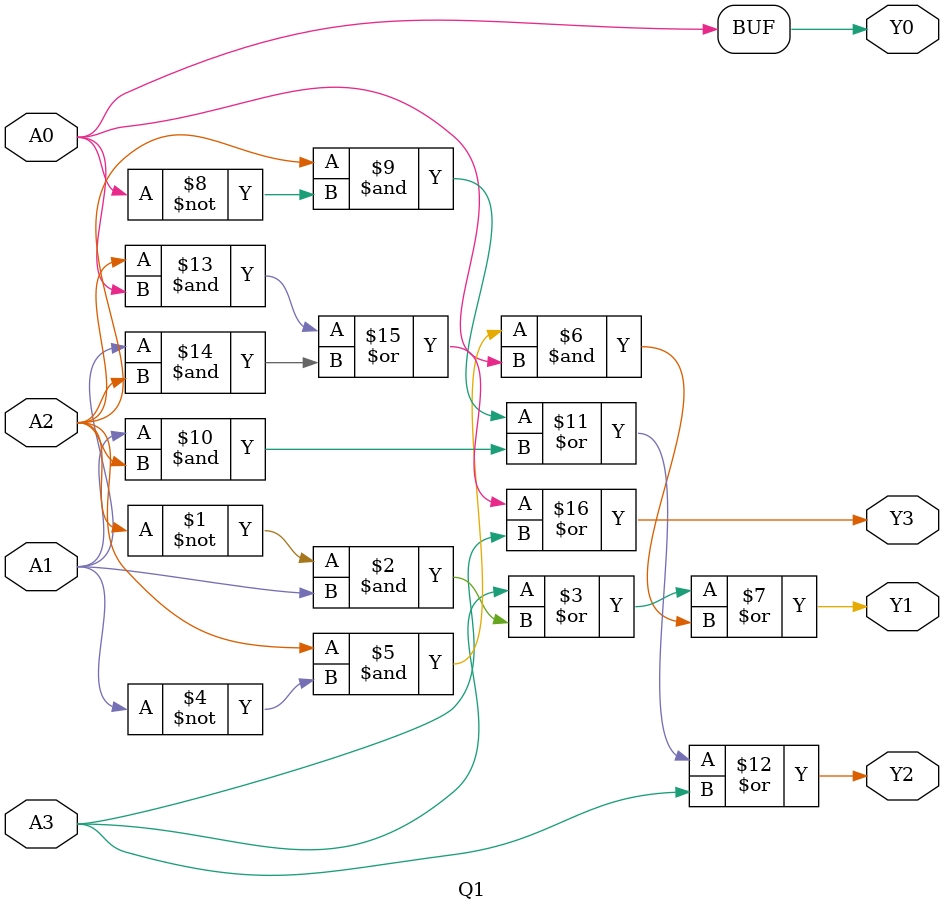
<source format=v>
module Q1(A0, A1, A2, A3, Y0, Y1, Y2, Y3);
input A0, A1, A2, A3;
output Y0, Y1, Y2, Y3;
assign Y0 = A0;
assign Y1 = A3 | ((~A2)&A1) | (A2&(~A1)&A0);
assign Y2 = (A2&(~A0)) | (A1&A2) | A3;
assign Y3 = (A2&A0) |(A1&A2) | A3;
endmodule
</source>
